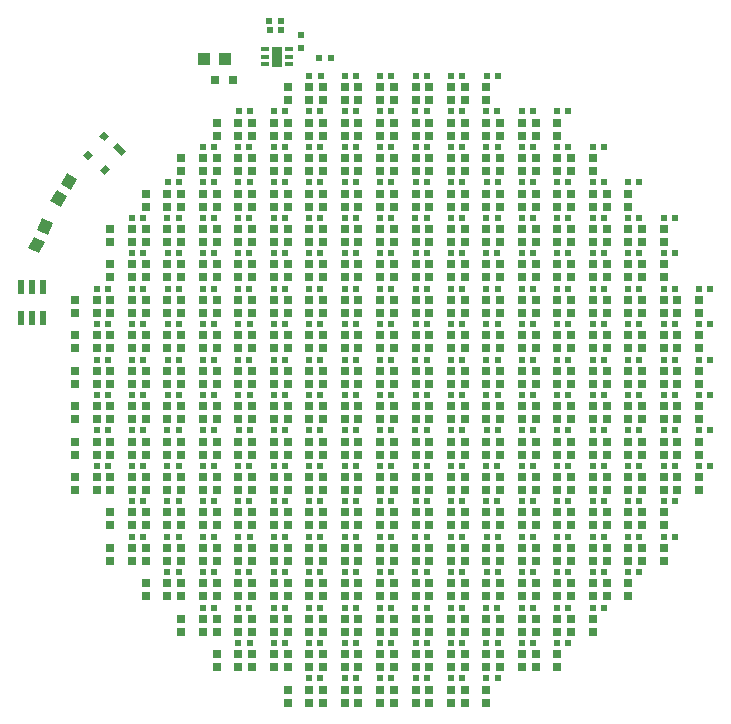
<source format=gbr>
G04 EAGLE Gerber RS-274X export*
G75*
%MOMM*%
%FSLAX34Y34*%
%LPD*%
%INSolderpaste Top*%
%IPPOS*%
%AMOC8*
5,1,8,0,0,1.08239X$1,22.5*%
G01*
%ADD10R,0.550000X1.200000*%
%ADD11R,0.550000X0.550000*%
%ADD12R,1.000000X0.600000*%
%ADD13R,0.600000X0.600000*%
%ADD14R,1.100000X1.000000*%
%ADD15R,0.700000X0.700000*%
%ADD16R,0.670000X0.400000*%
%ADD17R,0.950000X1.700000*%
%ADD18R,0.600000X0.600000*%
%ADD19R,0.800000X0.800000*%


D10*
X48824Y431402D03*
X39324Y431402D03*
X29824Y431402D03*
X29824Y405400D03*
X48824Y405400D03*
X39324Y405400D03*
D11*
X250545Y648841D03*
X241145Y648841D03*
D12*
G36*
X111577Y553341D02*
X119180Y546847D01*
X115283Y542285D01*
X107680Y548779D01*
X111577Y553341D01*
G37*
D13*
G36*
X100171Y563083D02*
X104732Y559186D01*
X100835Y554625D01*
X96274Y558522D01*
X100171Y563083D01*
G37*
G36*
X86533Y547115D02*
X91094Y543218D01*
X87197Y538657D01*
X82636Y542554D01*
X86533Y547115D01*
G37*
G36*
X100980Y534775D02*
X105541Y530878D01*
X101644Y526317D01*
X97083Y530214D01*
X100980Y534775D01*
G37*
D14*
G36*
X69225Y508403D02*
X63642Y498926D01*
X55027Y504001D01*
X60610Y513478D01*
X69225Y508403D01*
G37*
G36*
X77853Y523050D02*
X72270Y513573D01*
X63655Y518648D01*
X69238Y528125D01*
X77853Y523050D01*
G37*
G36*
X43560Y479508D02*
X48261Y489452D01*
X57300Y485178D01*
X52599Y475234D01*
X43560Y479508D01*
G37*
G36*
X36295Y464138D02*
X40996Y474082D01*
X50035Y469808D01*
X45334Y459864D01*
X36295Y464138D01*
G37*
D15*
X274150Y589500D03*
X274150Y600500D03*
X255850Y600500D03*
X255850Y589500D03*
X304150Y589500D03*
X304150Y600500D03*
X285850Y600500D03*
X285850Y589500D03*
D11*
X283700Y610000D03*
X274300Y610000D03*
D15*
X334150Y589500D03*
X334150Y600500D03*
X315850Y600500D03*
X315850Y589500D03*
X364150Y589500D03*
X364150Y600500D03*
X345850Y600500D03*
X345850Y589500D03*
X394150Y589500D03*
X394150Y600500D03*
X375850Y600500D03*
X375850Y589500D03*
X424150Y589500D03*
X424150Y600500D03*
X405850Y600500D03*
X405850Y589500D03*
D11*
X313700Y610000D03*
X304300Y610000D03*
X343700Y610000D03*
X334300Y610000D03*
X373700Y610000D03*
X364300Y610000D03*
X403700Y610000D03*
X394300Y610000D03*
X433700Y610000D03*
X424300Y610000D03*
D15*
X214150Y559500D03*
X214150Y570500D03*
X195850Y570500D03*
X195850Y559500D03*
X244150Y559500D03*
X244150Y570500D03*
X225850Y570500D03*
X225850Y559500D03*
X274150Y559500D03*
X274150Y570500D03*
X255850Y570500D03*
X255850Y559500D03*
X304150Y559500D03*
X304150Y570500D03*
X285850Y570500D03*
X285850Y559500D03*
X334150Y559500D03*
X334150Y570500D03*
X315850Y570500D03*
X315850Y559500D03*
X364150Y559500D03*
X364150Y570500D03*
X345850Y570500D03*
X345850Y559500D03*
X394150Y559500D03*
X394150Y570500D03*
X375850Y570500D03*
X375850Y559500D03*
X424150Y559500D03*
X424150Y570500D03*
X405850Y570500D03*
X405850Y559500D03*
X454150Y559500D03*
X454150Y570500D03*
X435850Y570500D03*
X435850Y559500D03*
X484150Y559500D03*
X484150Y570500D03*
X465850Y570500D03*
X465850Y559500D03*
D11*
X223748Y580000D03*
X214348Y580000D03*
X253437Y580000D03*
X244037Y580000D03*
X283530Y580000D03*
X274130Y580000D03*
X313503Y580000D03*
X304103Y580000D03*
X343494Y580000D03*
X334094Y580000D03*
X373519Y580000D03*
X364119Y580000D03*
X403592Y580000D03*
X394192Y580000D03*
X433523Y580000D03*
X424123Y580000D03*
X463498Y580000D03*
X454098Y580000D03*
X493406Y580000D03*
X484006Y580000D03*
D15*
X184150Y529500D03*
X184150Y540500D03*
X165850Y540500D03*
X165850Y529500D03*
X214150Y529500D03*
X214150Y540500D03*
X195850Y540500D03*
X195850Y529500D03*
X244150Y529500D03*
X244150Y540500D03*
X225850Y540500D03*
X225850Y529500D03*
X274150Y529500D03*
X274150Y540500D03*
X255850Y540500D03*
X255850Y529500D03*
X304150Y529500D03*
X304150Y540500D03*
X285850Y540500D03*
X285850Y529500D03*
X334150Y529500D03*
X334150Y540500D03*
X315850Y540500D03*
X315850Y529500D03*
X364150Y529500D03*
X364150Y540500D03*
X345850Y540500D03*
X345850Y529500D03*
X394150Y529500D03*
X394150Y540500D03*
X375850Y540500D03*
X375850Y529500D03*
X424150Y529500D03*
X424150Y540500D03*
X405850Y540500D03*
X405850Y529500D03*
X454150Y529500D03*
X454150Y540500D03*
X435850Y540500D03*
X435850Y529500D03*
X484150Y529500D03*
X484150Y540500D03*
X465850Y540500D03*
X465850Y529500D03*
X514150Y529500D03*
X514150Y540500D03*
X495850Y540500D03*
X495850Y529500D03*
D11*
X193574Y550000D03*
X184174Y550000D03*
X223507Y550000D03*
X214107Y550000D03*
X253482Y550000D03*
X244082Y550000D03*
X283501Y550000D03*
X274101Y550000D03*
X313571Y550000D03*
X304171Y550000D03*
X343513Y550000D03*
X334113Y550000D03*
X373610Y550000D03*
X364210Y550000D03*
X403602Y550000D03*
X394202Y550000D03*
X433621Y550000D03*
X424221Y550000D03*
X463614Y550000D03*
X454214Y550000D03*
X493592Y550000D03*
X484192Y550000D03*
X523597Y550000D03*
X514197Y550000D03*
D15*
X154150Y499500D03*
X154150Y510500D03*
X135850Y510500D03*
X135850Y499500D03*
X184150Y499500D03*
X184150Y510500D03*
X165850Y510500D03*
X165850Y499500D03*
X214150Y499500D03*
X214150Y510500D03*
X195850Y510500D03*
X195850Y499500D03*
X244150Y499500D03*
X244150Y510500D03*
X225850Y510500D03*
X225850Y499500D03*
X274150Y499500D03*
X274150Y510500D03*
X255850Y510500D03*
X255850Y499500D03*
X304150Y499500D03*
X304150Y510500D03*
X285850Y510500D03*
X285850Y499500D03*
X334150Y499500D03*
X334150Y510500D03*
X315850Y510500D03*
X315850Y499500D03*
X364150Y499500D03*
X364150Y510500D03*
X345850Y510500D03*
X345850Y499500D03*
X394150Y499500D03*
X394150Y510500D03*
X375850Y510500D03*
X375850Y499500D03*
X424150Y499500D03*
X424150Y510500D03*
X405850Y510500D03*
X405850Y499500D03*
X454150Y499500D03*
X454150Y510500D03*
X435850Y510500D03*
X435850Y499500D03*
X484150Y499500D03*
X484150Y510500D03*
X465850Y510500D03*
X465850Y499500D03*
X514150Y499500D03*
X514150Y510500D03*
X495850Y510500D03*
X495850Y499500D03*
X544150Y499500D03*
X544150Y510500D03*
X525850Y510500D03*
X525850Y499500D03*
D11*
X163678Y520000D03*
X154278Y520000D03*
X193606Y520000D03*
X184206Y520000D03*
X223657Y520000D03*
X214257Y520000D03*
X253472Y520000D03*
X244072Y520000D03*
X283601Y520000D03*
X274201Y520000D03*
X313572Y520000D03*
X304172Y520000D03*
X343623Y520000D03*
X334223Y520000D03*
X373533Y520000D03*
X364133Y520000D03*
X403457Y520000D03*
X394057Y520000D03*
X433649Y520000D03*
X424249Y520000D03*
X463590Y520000D03*
X454190Y520000D03*
X493421Y520000D03*
X484021Y520000D03*
X523565Y520000D03*
X514165Y520000D03*
X553506Y520000D03*
X544106Y520000D03*
D15*
X124150Y469500D03*
X124150Y480500D03*
X105850Y480500D03*
X105850Y469500D03*
X154150Y469500D03*
X154150Y480500D03*
X135850Y480500D03*
X135850Y469500D03*
X184150Y469500D03*
X184150Y480500D03*
X165850Y480500D03*
X165850Y469500D03*
X214150Y469500D03*
X214150Y480500D03*
X195850Y480500D03*
X195850Y469500D03*
X244150Y469500D03*
X244150Y480500D03*
X225850Y480500D03*
X225850Y469500D03*
X274150Y469500D03*
X274150Y480500D03*
X255850Y480500D03*
X255850Y469500D03*
X304150Y469500D03*
X304150Y480500D03*
X285850Y480500D03*
X285850Y469500D03*
X334150Y469500D03*
X334150Y480500D03*
X315850Y480500D03*
X315850Y469500D03*
X364150Y469500D03*
X364150Y480500D03*
X345850Y480500D03*
X345850Y469500D03*
X394150Y469500D03*
X394150Y480500D03*
X375850Y480500D03*
X375850Y469500D03*
X424150Y469500D03*
X424150Y480500D03*
X405850Y480500D03*
X405850Y469500D03*
X454150Y469500D03*
X454150Y480500D03*
X435850Y480500D03*
X435850Y469500D03*
X484150Y469500D03*
X484150Y480500D03*
X465850Y480500D03*
X465850Y469500D03*
X514150Y469500D03*
X514150Y480500D03*
X495850Y480500D03*
X495850Y469500D03*
X544150Y469500D03*
X544150Y480500D03*
X525850Y480500D03*
X525850Y469500D03*
X574150Y469500D03*
X574150Y480500D03*
X555850Y480500D03*
X555850Y469500D03*
D11*
X133577Y490000D03*
X124177Y490000D03*
X163518Y490000D03*
X154118Y490000D03*
X193525Y490000D03*
X184125Y490000D03*
X223537Y490000D03*
X214137Y490000D03*
X253504Y490000D03*
X244104Y490000D03*
X283516Y490000D03*
X274116Y490000D03*
X313658Y490000D03*
X304258Y490000D03*
X343575Y490000D03*
X334175Y490000D03*
X373462Y490000D03*
X364062Y490000D03*
X403579Y490000D03*
X394179Y490000D03*
X433631Y490000D03*
X424231Y490000D03*
X463513Y490000D03*
X454113Y490000D03*
X493505Y490000D03*
X484105Y490000D03*
X523582Y490000D03*
X514182Y490000D03*
X553584Y490000D03*
X544184Y490000D03*
X583566Y490000D03*
X574166Y490000D03*
D15*
X124150Y439500D03*
X124150Y450500D03*
X105850Y450500D03*
X105850Y439500D03*
X154150Y439500D03*
X154150Y450500D03*
X135850Y450500D03*
X135850Y439500D03*
X184150Y439500D03*
X184150Y450500D03*
X165850Y450500D03*
X165850Y439500D03*
X214150Y439500D03*
X214150Y450500D03*
X195850Y450500D03*
X195850Y439500D03*
X244150Y439500D03*
X244150Y450500D03*
X225850Y450500D03*
X225850Y439500D03*
X274150Y439500D03*
X274150Y450500D03*
X255850Y450500D03*
X255850Y439500D03*
X304150Y439500D03*
X304150Y450500D03*
X285850Y450500D03*
X285850Y439500D03*
X334150Y439500D03*
X334150Y450500D03*
X315850Y450500D03*
X315850Y439500D03*
X364150Y439500D03*
X364150Y450500D03*
X345850Y450500D03*
X345850Y439500D03*
X394150Y439500D03*
X394150Y450500D03*
X375850Y450500D03*
X375850Y439500D03*
X424150Y439500D03*
X424150Y450500D03*
X405850Y450500D03*
X405850Y439500D03*
X454150Y439500D03*
X454150Y450500D03*
X435850Y450500D03*
X435850Y439500D03*
X484150Y439500D03*
X484150Y450500D03*
X465850Y450500D03*
X465850Y439500D03*
X514150Y439500D03*
X514150Y450500D03*
X495850Y450500D03*
X495850Y439500D03*
X544150Y439500D03*
X544150Y450500D03*
X525850Y450500D03*
X525850Y439500D03*
X574150Y439500D03*
X574150Y450500D03*
X555850Y450500D03*
X555850Y439500D03*
D11*
X133486Y460000D03*
X124086Y460000D03*
X163628Y460000D03*
X154228Y460000D03*
X193554Y460000D03*
X184154Y460000D03*
X223508Y460000D03*
X214108Y460000D03*
X253452Y460000D03*
X244052Y460000D03*
X283487Y460000D03*
X274087Y460000D03*
X313583Y460000D03*
X304183Y460000D03*
X343634Y460000D03*
X334234Y460000D03*
X373606Y460000D03*
X364206Y460000D03*
X403532Y460000D03*
X394132Y460000D03*
X433548Y460000D03*
X424148Y460000D03*
X463519Y460000D03*
X454119Y460000D03*
X493462Y460000D03*
X484062Y460000D03*
X523641Y460000D03*
X514241Y460000D03*
X553630Y460000D03*
X544230Y460000D03*
X583636Y460000D03*
X574236Y460000D03*
D15*
X94150Y409500D03*
X94150Y420500D03*
X75850Y420500D03*
X75850Y409500D03*
X124150Y409500D03*
X124150Y420500D03*
X105850Y420500D03*
X105850Y409500D03*
X154150Y409500D03*
X154150Y420500D03*
X135850Y420500D03*
X135850Y409500D03*
X184150Y409500D03*
X184150Y420500D03*
X165850Y420500D03*
X165850Y409500D03*
X214150Y409500D03*
X214150Y420500D03*
X195850Y420500D03*
X195850Y409500D03*
X244150Y409500D03*
X244150Y420500D03*
X225850Y420500D03*
X225850Y409500D03*
X274150Y409500D03*
X274150Y420500D03*
X255850Y420500D03*
X255850Y409500D03*
X304150Y409500D03*
X304150Y420500D03*
X285850Y420500D03*
X285850Y409500D03*
X334150Y409500D03*
X334150Y420500D03*
X315850Y420500D03*
X315850Y409500D03*
X364150Y409500D03*
X364150Y420500D03*
X345850Y420500D03*
X345850Y409500D03*
X394150Y409500D03*
X394150Y420500D03*
X375850Y420500D03*
X375850Y409500D03*
X424150Y409500D03*
X424150Y420500D03*
X405850Y420500D03*
X405850Y409500D03*
X454150Y409500D03*
X454150Y420500D03*
X435850Y420500D03*
X435850Y409500D03*
X484150Y409500D03*
X484150Y420500D03*
X465850Y420500D03*
X465850Y409500D03*
X514150Y409500D03*
X514150Y420500D03*
X495850Y420500D03*
X495850Y409500D03*
X544150Y409500D03*
X544150Y420500D03*
X525850Y420500D03*
X525850Y409500D03*
X574150Y409500D03*
X574150Y420500D03*
X555850Y420500D03*
X555850Y409500D03*
X604150Y409500D03*
X604150Y420500D03*
X585850Y420500D03*
X585850Y409500D03*
D11*
X103507Y430000D03*
X94107Y430000D03*
X133482Y430000D03*
X124082Y430000D03*
X163588Y430000D03*
X154188Y430000D03*
X193490Y430000D03*
X184090Y430000D03*
X223545Y430000D03*
X214145Y430000D03*
X253499Y430000D03*
X244099Y430000D03*
X283673Y430000D03*
X274273Y430000D03*
X313558Y430000D03*
X304158Y430000D03*
X343665Y430000D03*
X334265Y430000D03*
X373533Y430000D03*
X364133Y430000D03*
X403452Y430000D03*
X394052Y430000D03*
X433627Y430000D03*
X424227Y430000D03*
X463649Y430000D03*
X454249Y430000D03*
X493499Y430000D03*
X484099Y430000D03*
X523554Y430000D03*
X514154Y430000D03*
X553679Y430000D03*
X544279Y430000D03*
X583512Y430000D03*
X574112Y430000D03*
X613602Y430000D03*
X604202Y430000D03*
D15*
X94150Y379500D03*
X94150Y390500D03*
X75850Y390500D03*
X75850Y379500D03*
X124150Y379500D03*
X124150Y390500D03*
X105850Y390500D03*
X105850Y379500D03*
X154150Y379500D03*
X154150Y390500D03*
X135850Y390500D03*
X135850Y379500D03*
X184150Y379500D03*
X184150Y390500D03*
X165850Y390500D03*
X165850Y379500D03*
X214150Y379500D03*
X214150Y390500D03*
X195850Y390500D03*
X195850Y379500D03*
X244150Y379500D03*
X244150Y390500D03*
X225850Y390500D03*
X225850Y379500D03*
X274150Y379500D03*
X274150Y390500D03*
X255850Y390500D03*
X255850Y379500D03*
X304150Y379500D03*
X304150Y390500D03*
X285850Y390500D03*
X285850Y379500D03*
X334150Y379500D03*
X334150Y390500D03*
X315850Y390500D03*
X315850Y379500D03*
X364150Y379500D03*
X364150Y390500D03*
X345850Y390500D03*
X345850Y379500D03*
X394150Y379500D03*
X394150Y390500D03*
X375850Y390500D03*
X375850Y379500D03*
X424150Y379500D03*
X424150Y390500D03*
X405850Y390500D03*
X405850Y379500D03*
X454150Y379500D03*
X454150Y390500D03*
X435850Y390500D03*
X435850Y379500D03*
X484150Y379500D03*
X484150Y390500D03*
X465850Y390500D03*
X465850Y379500D03*
X514150Y379500D03*
X514150Y390500D03*
X495850Y390500D03*
X495850Y379500D03*
X544150Y379500D03*
X544150Y390500D03*
X525850Y390500D03*
X525850Y379500D03*
X574150Y379500D03*
X574150Y390500D03*
X555850Y390500D03*
X555850Y379500D03*
X604150Y379500D03*
X604150Y390500D03*
X585850Y390500D03*
X585850Y379500D03*
D11*
X103589Y400000D03*
X94189Y400000D03*
X133560Y400000D03*
X124160Y400000D03*
X163553Y400000D03*
X154153Y400000D03*
X193484Y400000D03*
X184084Y400000D03*
X223581Y400000D03*
X214181Y400000D03*
X253490Y400000D03*
X244090Y400000D03*
X283492Y400000D03*
X274092Y400000D03*
X313548Y400000D03*
X304148Y400000D03*
X343503Y400000D03*
X334103Y400000D03*
X373566Y400000D03*
X364166Y400000D03*
X403575Y400000D03*
X394175Y400000D03*
X433602Y400000D03*
X424202Y400000D03*
X463518Y400000D03*
X454118Y400000D03*
X493596Y400000D03*
X484196Y400000D03*
X523537Y400000D03*
X514137Y400000D03*
X553507Y400000D03*
X544107Y400000D03*
X583541Y400000D03*
X574141Y400000D03*
X613557Y400000D03*
X604157Y400000D03*
D15*
X94150Y349500D03*
X94150Y360500D03*
X75850Y360500D03*
X75850Y349500D03*
X124150Y349500D03*
X124150Y360500D03*
X105850Y360500D03*
X105850Y349500D03*
X154150Y349500D03*
X154150Y360500D03*
X135850Y360500D03*
X135850Y349500D03*
X184150Y349500D03*
X184150Y360500D03*
X165850Y360500D03*
X165850Y349500D03*
X214150Y349500D03*
X214150Y360500D03*
X195850Y360500D03*
X195850Y349500D03*
X244150Y349500D03*
X244150Y360500D03*
X225850Y360500D03*
X225850Y349500D03*
X274150Y349500D03*
X274150Y360500D03*
X255850Y360500D03*
X255850Y349500D03*
X304150Y349500D03*
X304150Y360500D03*
X285850Y360500D03*
X285850Y349500D03*
X334150Y349500D03*
X334150Y360500D03*
X315850Y360500D03*
X315850Y349500D03*
X364150Y349500D03*
X364150Y360500D03*
X345850Y360500D03*
X345850Y349500D03*
X394150Y349500D03*
X394150Y360500D03*
X375850Y360500D03*
X375850Y349500D03*
X424150Y349500D03*
X424150Y360500D03*
X405850Y360500D03*
X405850Y349500D03*
X454150Y349500D03*
X454150Y360500D03*
X435850Y360500D03*
X435850Y349500D03*
X484150Y349500D03*
X484150Y360500D03*
X465850Y360500D03*
X465850Y349500D03*
X514150Y349500D03*
X514150Y360500D03*
X495850Y360500D03*
X495850Y349500D03*
X544150Y349500D03*
X544150Y360500D03*
X525850Y360500D03*
X525850Y349500D03*
X574150Y349500D03*
X574150Y360500D03*
X555850Y360500D03*
X555850Y349500D03*
X604150Y349500D03*
X604150Y360500D03*
X585850Y360500D03*
X585850Y349500D03*
D11*
X103452Y370000D03*
X94052Y370000D03*
X133508Y370000D03*
X124108Y370000D03*
X163556Y370000D03*
X154156Y370000D03*
X193403Y370000D03*
X184003Y370000D03*
X223455Y370000D03*
X214055Y370000D03*
X253428Y370000D03*
X244028Y370000D03*
X283633Y370000D03*
X274233Y370000D03*
X313512Y370000D03*
X304112Y370000D03*
X343516Y370000D03*
X334116Y370000D03*
X373458Y370000D03*
X364058Y370000D03*
X403446Y370000D03*
X394046Y370000D03*
X433607Y370000D03*
X424207Y370000D03*
X463515Y370000D03*
X454115Y370000D03*
X493630Y370000D03*
X484230Y370000D03*
X523572Y370000D03*
X514172Y370000D03*
X553496Y370000D03*
X544096Y370000D03*
X583688Y370000D03*
X574288Y370000D03*
X613551Y370000D03*
X604151Y370000D03*
D15*
X94150Y319500D03*
X94150Y330500D03*
X75850Y330500D03*
X75850Y319500D03*
X124150Y319500D03*
X124150Y330500D03*
X105850Y330500D03*
X105850Y319500D03*
X154150Y319500D03*
X154150Y330500D03*
X135850Y330500D03*
X135850Y319500D03*
X184150Y319500D03*
X184150Y330500D03*
X165850Y330500D03*
X165850Y319500D03*
X214150Y319500D03*
X214150Y330500D03*
X195850Y330500D03*
X195850Y319500D03*
X244150Y319500D03*
X244150Y330500D03*
X225850Y330500D03*
X225850Y319500D03*
X274150Y319500D03*
X274150Y330500D03*
X255850Y330500D03*
X255850Y319500D03*
X304150Y319500D03*
X304150Y330500D03*
X285850Y330500D03*
X285850Y319500D03*
X334150Y319500D03*
X334150Y330500D03*
X315850Y330500D03*
X315850Y319500D03*
X364150Y319500D03*
X364150Y330500D03*
X345850Y330500D03*
X345850Y319500D03*
X394150Y319500D03*
X394150Y330500D03*
X375850Y330500D03*
X375850Y319500D03*
X424150Y319500D03*
X424150Y330500D03*
X405850Y330500D03*
X405850Y319500D03*
X454150Y319500D03*
X454150Y330500D03*
X435850Y330500D03*
X435850Y319500D03*
X484150Y319500D03*
X484150Y330500D03*
X465850Y330500D03*
X465850Y319500D03*
X514150Y319500D03*
X514150Y330500D03*
X495850Y330500D03*
X495850Y319500D03*
X544150Y319500D03*
X544150Y330500D03*
X525850Y330500D03*
X525850Y319500D03*
X574150Y319500D03*
X574150Y330500D03*
X555850Y330500D03*
X555850Y319500D03*
X604150Y319500D03*
X604150Y330500D03*
X585850Y330500D03*
X585850Y319500D03*
D11*
X103486Y340000D03*
X94086Y340000D03*
X133499Y340000D03*
X124099Y340000D03*
X163589Y340000D03*
X154189Y340000D03*
X193492Y340000D03*
X184092Y340000D03*
X223620Y340000D03*
X214220Y340000D03*
X253489Y340000D03*
X244089Y340000D03*
X283606Y340000D03*
X274206Y340000D03*
X313520Y340000D03*
X304120Y340000D03*
X343565Y340000D03*
X334165Y340000D03*
X373563Y340000D03*
X364163Y340000D03*
X403589Y340000D03*
X394189Y340000D03*
X433582Y340000D03*
X424182Y340000D03*
X463736Y340021D03*
X454336Y340021D03*
X493573Y340000D03*
X484173Y340000D03*
X523579Y340000D03*
X514179Y340000D03*
X553558Y340000D03*
X544158Y340000D03*
X583551Y340000D03*
X574151Y340000D03*
X613544Y340000D03*
X604144Y340000D03*
D15*
X94150Y289500D03*
X94150Y300500D03*
X75850Y300500D03*
X75850Y289500D03*
X124150Y289500D03*
X124150Y300500D03*
X105850Y300500D03*
X105850Y289500D03*
X154150Y289500D03*
X154150Y300500D03*
X135850Y300500D03*
X135850Y289500D03*
X184150Y289500D03*
X184150Y300500D03*
X165850Y300500D03*
X165850Y289500D03*
X214150Y289500D03*
X214150Y300500D03*
X195850Y300500D03*
X195850Y289500D03*
X244150Y289500D03*
X244150Y300500D03*
X225850Y300500D03*
X225850Y289500D03*
X274150Y289500D03*
X274150Y300500D03*
X255850Y300500D03*
X255850Y289500D03*
X304150Y289500D03*
X304150Y300500D03*
X285850Y300500D03*
X285850Y289500D03*
X334150Y289500D03*
X334150Y300500D03*
X315850Y300500D03*
X315850Y289500D03*
X364150Y289500D03*
X364150Y300500D03*
X345850Y300500D03*
X345850Y289500D03*
X394150Y289500D03*
X394150Y300500D03*
X375850Y300500D03*
X375850Y289500D03*
X424150Y289500D03*
X424150Y300500D03*
X405850Y300500D03*
X405850Y289500D03*
X454150Y289500D03*
X454150Y300500D03*
X435850Y300500D03*
X435850Y289500D03*
X484150Y289500D03*
X484150Y300500D03*
X465850Y300500D03*
X465850Y289500D03*
X514150Y289500D03*
X514150Y300500D03*
X495850Y300500D03*
X495850Y289500D03*
X544150Y289500D03*
X544150Y300500D03*
X525850Y300500D03*
X525850Y289500D03*
X574150Y289500D03*
X574150Y300500D03*
X555850Y300500D03*
X555850Y289500D03*
X604150Y289500D03*
X604150Y300500D03*
X585850Y300500D03*
X585850Y289500D03*
D11*
X103604Y310000D03*
X94204Y310000D03*
X133514Y310000D03*
X124114Y310000D03*
X163503Y310000D03*
X154103Y310000D03*
X193615Y310000D03*
X184215Y310000D03*
X223750Y310000D03*
X214350Y310000D03*
X253484Y310000D03*
X244084Y310000D03*
X283674Y310000D03*
X274274Y310000D03*
X313526Y310000D03*
X304126Y310000D03*
X343539Y310000D03*
X334139Y310000D03*
X373484Y310000D03*
X364084Y310000D03*
X403551Y310000D03*
X394151Y310000D03*
X433697Y310000D03*
X424297Y310000D03*
X463519Y310000D03*
X454119Y310000D03*
X493586Y310000D03*
X484186Y310000D03*
X523599Y310000D03*
X514199Y310000D03*
X553598Y310000D03*
X544198Y310000D03*
X583655Y310000D03*
X574255Y310000D03*
X613532Y310000D03*
X604132Y310000D03*
D15*
X94150Y259500D03*
X94150Y270500D03*
X75850Y270500D03*
X75850Y259500D03*
X124150Y259500D03*
X124150Y270500D03*
X105850Y270500D03*
X105850Y259500D03*
X154150Y259500D03*
X154150Y270500D03*
X135850Y270500D03*
X135850Y259500D03*
X184150Y259500D03*
X184150Y270500D03*
X165850Y270500D03*
X165850Y259500D03*
X214150Y259500D03*
X214150Y270500D03*
X195850Y270500D03*
X195850Y259500D03*
X244150Y259500D03*
X244150Y270500D03*
X225850Y270500D03*
X225850Y259500D03*
X274150Y259500D03*
X274150Y270500D03*
X255850Y270500D03*
X255850Y259500D03*
X304150Y259500D03*
X304150Y270500D03*
X285850Y270500D03*
X285850Y259500D03*
X334150Y259500D03*
X334150Y270500D03*
X315850Y270500D03*
X315850Y259500D03*
X364150Y259500D03*
X364150Y270500D03*
X345850Y270500D03*
X345850Y259500D03*
X394150Y259500D03*
X394150Y270500D03*
X375850Y270500D03*
X375850Y259500D03*
X424150Y259500D03*
X424150Y270500D03*
X405850Y270500D03*
X405850Y259500D03*
X454150Y259500D03*
X454150Y270500D03*
X435850Y270500D03*
X435850Y259500D03*
X484150Y259500D03*
X484150Y270500D03*
X465850Y270500D03*
X465850Y259500D03*
X514150Y259500D03*
X514150Y270500D03*
X495850Y270500D03*
X495850Y259500D03*
X544150Y259500D03*
X544150Y270500D03*
X525850Y270500D03*
X525850Y259500D03*
X574150Y259500D03*
X574150Y270500D03*
X555850Y270500D03*
X555850Y259500D03*
X604150Y259500D03*
X604150Y270500D03*
X585850Y270500D03*
X585850Y259500D03*
D11*
X103494Y280000D03*
X94094Y280000D03*
X133575Y280000D03*
X124175Y280000D03*
X163470Y280000D03*
X154070Y280000D03*
X193621Y280000D03*
X184221Y280000D03*
X223539Y280000D03*
X214139Y280000D03*
X253450Y280000D03*
X244050Y280000D03*
X283492Y280000D03*
X274092Y280000D03*
X313511Y280000D03*
X304111Y280000D03*
X343499Y280000D03*
X334099Y280000D03*
X373619Y280000D03*
X364219Y280000D03*
X403507Y280000D03*
X394107Y280000D03*
X433472Y280000D03*
X424072Y280000D03*
X463553Y280000D03*
X454153Y280000D03*
X493479Y280000D03*
X484079Y280000D03*
X523590Y280000D03*
X514190Y280000D03*
X553587Y280000D03*
X544187Y280000D03*
X583629Y280000D03*
X574229Y280000D03*
X613486Y280000D03*
X604086Y280000D03*
D15*
X124150Y229500D03*
X124150Y240500D03*
X105850Y240500D03*
X105850Y229500D03*
X154150Y229500D03*
X154150Y240500D03*
X135850Y240500D03*
X135850Y229500D03*
X184150Y229500D03*
X184150Y240500D03*
X165850Y240500D03*
X165850Y229500D03*
X214150Y229500D03*
X214150Y240500D03*
X195850Y240500D03*
X195850Y229500D03*
X244150Y229500D03*
X244150Y240500D03*
X225850Y240500D03*
X225850Y229500D03*
X274150Y229500D03*
X274150Y240500D03*
X255850Y240500D03*
X255850Y229500D03*
X304150Y229500D03*
X304150Y240500D03*
X285850Y240500D03*
X285850Y229500D03*
X334150Y229500D03*
X334150Y240500D03*
X315850Y240500D03*
X315850Y229500D03*
X364150Y229500D03*
X364150Y240500D03*
X345850Y240500D03*
X345850Y229500D03*
X394150Y229500D03*
X394150Y240500D03*
X375850Y240500D03*
X375850Y229500D03*
X424150Y229500D03*
X424150Y240500D03*
X405850Y240500D03*
X405850Y229500D03*
X454150Y229500D03*
X454150Y240500D03*
X435850Y240500D03*
X435850Y229500D03*
X484150Y229500D03*
X484150Y240500D03*
X465850Y240500D03*
X465850Y229500D03*
X514150Y229500D03*
X514150Y240500D03*
X495850Y240500D03*
X495850Y229500D03*
X544150Y229500D03*
X544150Y240500D03*
X525850Y240500D03*
X525850Y229500D03*
X574150Y229500D03*
X574150Y240500D03*
X555850Y240500D03*
X555850Y229500D03*
D11*
X133516Y250000D03*
X124116Y250000D03*
X163495Y250000D03*
X154095Y250000D03*
X193508Y250000D03*
X184108Y250000D03*
X223517Y250000D03*
X214117Y250000D03*
X253554Y250000D03*
X244154Y250000D03*
X283655Y250000D03*
X274255Y250000D03*
X313522Y250000D03*
X304122Y250000D03*
X343589Y250000D03*
X334189Y250000D03*
X373578Y250000D03*
X364178Y250000D03*
X403499Y250000D03*
X394099Y250000D03*
X433532Y250000D03*
X424132Y250000D03*
X463657Y250000D03*
X454257Y250000D03*
X493470Y250000D03*
X484070Y250000D03*
X523581Y250000D03*
X514181Y250000D03*
X553624Y250000D03*
X544224Y250000D03*
X583539Y250000D03*
X574139Y250000D03*
D15*
X124150Y199500D03*
X124150Y210500D03*
X105850Y210500D03*
X105850Y199500D03*
X154150Y199500D03*
X154150Y210500D03*
X135850Y210500D03*
X135850Y199500D03*
X184150Y199500D03*
X184150Y210500D03*
X165850Y210500D03*
X165850Y199500D03*
X214150Y199500D03*
X214150Y210500D03*
X195850Y210500D03*
X195850Y199500D03*
X244150Y199500D03*
X244150Y210500D03*
X225850Y210500D03*
X225850Y199500D03*
X274150Y199500D03*
X274150Y210500D03*
X255850Y210500D03*
X255850Y199500D03*
X304150Y199500D03*
X304150Y210500D03*
X285850Y210500D03*
X285850Y199500D03*
X334150Y199500D03*
X334150Y210500D03*
X315850Y210500D03*
X315850Y199500D03*
X364150Y199500D03*
X364150Y210500D03*
X345850Y210500D03*
X345850Y199500D03*
X394150Y199500D03*
X394150Y210500D03*
X375850Y210500D03*
X375850Y199500D03*
X424150Y199500D03*
X424150Y210500D03*
X405850Y210500D03*
X405850Y199500D03*
X454150Y199500D03*
X454150Y210500D03*
X435850Y210500D03*
X435850Y199500D03*
X484150Y199500D03*
X484150Y210500D03*
X465850Y210500D03*
X465850Y199500D03*
X514150Y199500D03*
X514150Y210500D03*
X495850Y210500D03*
X495850Y199500D03*
X544150Y199500D03*
X544150Y210500D03*
X525850Y210500D03*
X525850Y199500D03*
X574150Y199500D03*
X574150Y210500D03*
X555850Y210500D03*
X555850Y199500D03*
D11*
X133618Y220000D03*
X124218Y220000D03*
X163541Y220000D03*
X154141Y220000D03*
X193508Y220000D03*
X184108Y220000D03*
X223618Y220000D03*
X214218Y220000D03*
X253508Y220000D03*
X244108Y220000D03*
X283570Y220000D03*
X274170Y220000D03*
X313602Y220000D03*
X304202Y220000D03*
X343632Y220000D03*
X334232Y220000D03*
X373491Y220000D03*
X364091Y220000D03*
X403521Y220000D03*
X394121Y220000D03*
X433662Y220000D03*
X424262Y220000D03*
X463568Y220000D03*
X454168Y220000D03*
X493599Y220000D03*
X484199Y220000D03*
X523661Y220000D03*
X514261Y220000D03*
X553489Y220000D03*
X544089Y220000D03*
X583660Y220000D03*
X574260Y220000D03*
D15*
X154150Y169500D03*
X154150Y180500D03*
X135850Y180500D03*
X135850Y169500D03*
X184150Y169500D03*
X184150Y180500D03*
X165850Y180500D03*
X165850Y169500D03*
X214150Y169500D03*
X214150Y180500D03*
X195850Y180500D03*
X195850Y169500D03*
X244150Y169500D03*
X244150Y180500D03*
X225850Y180500D03*
X225850Y169500D03*
X274150Y169500D03*
X274150Y180500D03*
X255850Y180500D03*
X255850Y169500D03*
X304150Y169500D03*
X304150Y180500D03*
X285850Y180500D03*
X285850Y169500D03*
X334150Y169500D03*
X334150Y180500D03*
X315850Y180500D03*
X315850Y169500D03*
X364150Y169500D03*
X364150Y180500D03*
X345850Y180500D03*
X345850Y169500D03*
X394150Y169500D03*
X394150Y180500D03*
X375850Y180500D03*
X375850Y169500D03*
X424150Y169500D03*
X424150Y180500D03*
X405850Y180500D03*
X405850Y169500D03*
X454150Y169500D03*
X454150Y180500D03*
X435850Y180500D03*
X435850Y169500D03*
X484150Y169500D03*
X484150Y180500D03*
X465850Y180500D03*
X465850Y169500D03*
X514150Y169500D03*
X514150Y180500D03*
X495850Y180500D03*
X495850Y169500D03*
X544150Y169500D03*
X544150Y180500D03*
X525850Y180500D03*
X525850Y169500D03*
D11*
X163531Y190000D03*
X154131Y190000D03*
X193549Y190000D03*
X184149Y190000D03*
X223502Y190000D03*
X214102Y190000D03*
X253566Y190000D03*
X244166Y190000D03*
X283489Y190000D03*
X274089Y190000D03*
X313569Y190000D03*
X304169Y190000D03*
X343555Y190000D03*
X334155Y190000D03*
X373493Y190000D03*
X364093Y190000D03*
X403541Y190000D03*
X394141Y190000D03*
X433652Y190000D03*
X424252Y190000D03*
X463669Y190000D03*
X454269Y190000D03*
X493623Y190000D03*
X484223Y190000D03*
X523656Y190000D03*
X514256Y190000D03*
X553609Y190000D03*
X544209Y190000D03*
D15*
X184150Y139500D03*
X184150Y150500D03*
X165850Y150500D03*
X165850Y139500D03*
X214150Y139500D03*
X214150Y150500D03*
X195850Y150500D03*
X195850Y139500D03*
X244150Y139500D03*
X244150Y150500D03*
X225850Y150500D03*
X225850Y139500D03*
X274150Y139500D03*
X274150Y150500D03*
X255850Y150500D03*
X255850Y139500D03*
X304150Y139500D03*
X304150Y150500D03*
X285850Y150500D03*
X285850Y139500D03*
X334150Y139500D03*
X334150Y150500D03*
X315850Y150500D03*
X315850Y139500D03*
X364150Y139500D03*
X364150Y150500D03*
X345850Y150500D03*
X345850Y139500D03*
X394150Y139500D03*
X394150Y150500D03*
X375850Y150500D03*
X375850Y139500D03*
X424150Y139500D03*
X424150Y150500D03*
X405850Y150500D03*
X405850Y139500D03*
X454150Y139500D03*
X454150Y150500D03*
X435850Y150500D03*
X435850Y139500D03*
X484150Y139500D03*
X484150Y150500D03*
X465850Y150500D03*
X465850Y139500D03*
X514150Y139500D03*
X514150Y150500D03*
X495850Y150500D03*
X495850Y139500D03*
D11*
X193513Y160000D03*
X184113Y160000D03*
X223389Y160000D03*
X213989Y160000D03*
X253641Y160000D03*
X244241Y160000D03*
X283471Y160000D03*
X274071Y160000D03*
X313658Y160000D03*
X304258Y160000D03*
X343474Y160000D03*
X334074Y160000D03*
X373490Y160000D03*
X364090Y160000D03*
X403585Y160000D03*
X394185Y160000D03*
X433539Y160000D03*
X424139Y160000D03*
X463666Y160000D03*
X454266Y160000D03*
X493511Y160000D03*
X484111Y160000D03*
X523464Y160000D03*
X514064Y160000D03*
D15*
X214150Y109500D03*
X214150Y120500D03*
X195850Y120500D03*
X195850Y109500D03*
X244150Y109500D03*
X244150Y120500D03*
X225850Y120500D03*
X225850Y109500D03*
X274150Y109500D03*
X274150Y120500D03*
X255850Y120500D03*
X255850Y109500D03*
X304150Y109500D03*
X304150Y120500D03*
X285850Y120500D03*
X285850Y109500D03*
X334150Y109500D03*
X334150Y120500D03*
X315850Y120500D03*
X315850Y109500D03*
X364150Y109500D03*
X364150Y120500D03*
X345850Y120500D03*
X345850Y109500D03*
X394150Y109500D03*
X394150Y120500D03*
X375850Y120500D03*
X375850Y109500D03*
X424150Y109500D03*
X424150Y120500D03*
X405850Y120500D03*
X405850Y109500D03*
X454150Y109500D03*
X454150Y120500D03*
X435850Y120500D03*
X435850Y109500D03*
X484150Y109500D03*
X484150Y120500D03*
X465850Y120500D03*
X465850Y109500D03*
D11*
X223625Y130000D03*
X214225Y130000D03*
X253517Y130000D03*
X244117Y130000D03*
X283590Y130000D03*
X274190Y130000D03*
X313552Y130000D03*
X304152Y130000D03*
X343539Y130000D03*
X334139Y130000D03*
X373632Y130000D03*
X364232Y130000D03*
X403525Y130000D03*
X394125Y130000D03*
X433621Y130000D03*
X424221Y130000D03*
X463514Y130000D03*
X454114Y130000D03*
X493570Y130000D03*
X484170Y130000D03*
D15*
X274150Y79500D03*
X274150Y90500D03*
X255850Y90500D03*
X255850Y79500D03*
X304150Y79500D03*
X304150Y90500D03*
X285850Y90500D03*
X285850Y79500D03*
X334150Y79500D03*
X334150Y90500D03*
X315850Y90500D03*
X315850Y79500D03*
X364150Y79500D03*
X364150Y90500D03*
X345850Y90500D03*
X345850Y79500D03*
X394150Y79500D03*
X394150Y90500D03*
X375850Y90500D03*
X375850Y79500D03*
X424150Y79500D03*
X424150Y90500D03*
X405850Y90500D03*
X405850Y79500D03*
D11*
X283520Y100000D03*
X274120Y100000D03*
X313524Y100000D03*
X304124Y100000D03*
X343524Y100000D03*
X334124Y100000D03*
X373603Y100000D03*
X364203Y100000D03*
X403475Y100000D03*
X394075Y100000D03*
X433574Y100000D03*
X424174Y100000D03*
D16*
X237119Y632864D03*
X257419Y619864D03*
X257419Y626364D03*
X257419Y632864D03*
X237119Y626364D03*
X237119Y619864D03*
D17*
X247269Y626364D03*
D14*
X202429Y624840D03*
X185429Y624840D03*
D18*
X267081Y634068D03*
X267081Y644568D03*
D19*
X209430Y606933D03*
X194430Y606933D03*
D18*
X250233Y656844D03*
X239733Y656844D03*
X282024Y625221D03*
X292524Y625221D03*
M02*

</source>
